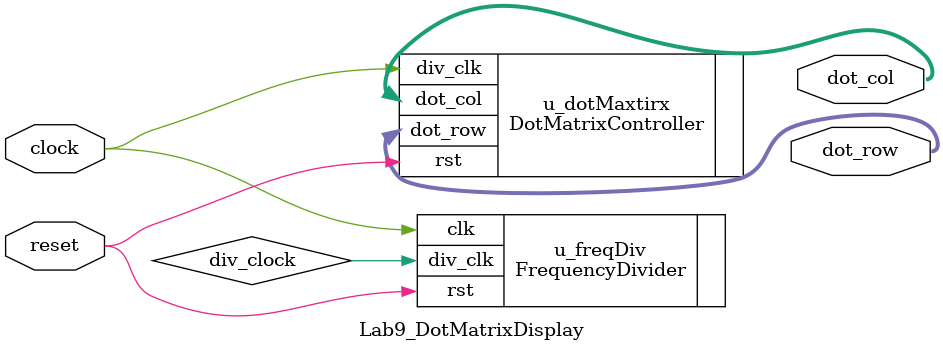
<source format=v>
module Lab9_DotMatrixDisplay(clock, reset, dot_row, dot_col);
input clock, reset;
output [7:0] dot_row;
output [7:0] dot_col;

wire div_clock;
wire [7:0] dot_row;
wire [7:0] dot_col;

FrequencyDivider u_freqDiv(.clk(clock), .rst(reset), .div_clk(div_clock));
DotMatrixController u_dotMaxtirx(.div_clk(clock), .rst(reset), .dot_row(dot_row), .dot_col(dot_col));

endmodule



</source>
